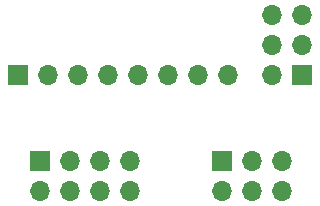
<source format=gbr>
G04 #@! TF.GenerationSoftware,KiCad,Pcbnew,(5.1.8)-1*
G04 #@! TF.CreationDate,2021-02-09T21:04:32+01:00*
G04 #@! TF.ProjectId,attnodev2_prog_u,6174746e-6f64-4657-9632-5f70726f675f,rev?*
G04 #@! TF.SameCoordinates,Original*
G04 #@! TF.FileFunction,Copper,L2,Bot*
G04 #@! TF.FilePolarity,Positive*
%FSLAX46Y46*%
G04 Gerber Fmt 4.6, Leading zero omitted, Abs format (unit mm)*
G04 Created by KiCad (PCBNEW (5.1.8)-1) date 2021-02-09 21:04:32*
%MOMM*%
%LPD*%
G01*
G04 APERTURE LIST*
G04 #@! TA.AperFunction,ComponentPad*
%ADD10O,1.700000X1.700000*%
G04 #@! TD*
G04 #@! TA.AperFunction,ComponentPad*
%ADD11R,1.700000X1.700000*%
G04 #@! TD*
G04 APERTURE END LIST*
D10*
X79476600Y-59436000D03*
X82016600Y-59436000D03*
X79476600Y-61976000D03*
X82016600Y-61976000D03*
X79476600Y-64516000D03*
D11*
X82016600Y-64516000D03*
X75200000Y-71800000D03*
D10*
X75200000Y-74340000D03*
X77740000Y-71800000D03*
X77740000Y-74340000D03*
X80280000Y-71800000D03*
X80280000Y-74340000D03*
X75692000Y-64516000D03*
X73152000Y-64516000D03*
X70612000Y-64516000D03*
X68072000Y-64516000D03*
X65532000Y-64516000D03*
X62992000Y-64516000D03*
X60452000Y-64516000D03*
D11*
X57912000Y-64516000D03*
X59800000Y-71800000D03*
D10*
X59800000Y-74340000D03*
X62340000Y-71800000D03*
X62340000Y-74340000D03*
X64880000Y-71800000D03*
X64880000Y-74340000D03*
X67420000Y-71800000D03*
X67420000Y-74340000D03*
M02*

</source>
